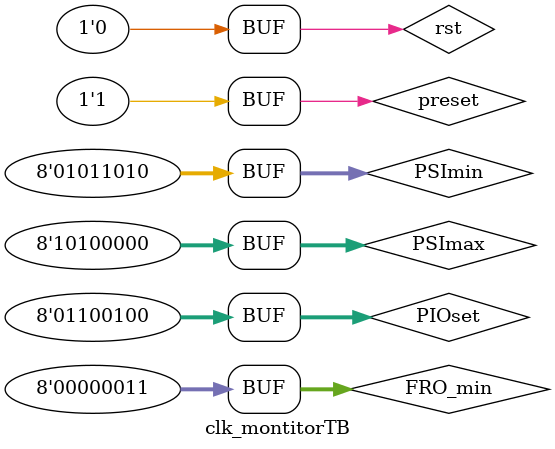
<source format=v>
`timescale 1ps/1ps
module clk_montitorTB();

reg rst,preset;
reg [7:0] PSImin,PSImax,PIOset,FRO_min;
wire [7:0] setPeriod;
wire [7:0] cnt;
wire fail;
wire clk,up_ring,up;

inverter #(5,41000)inv1(1'b1,up);//24Hz signal
inverter #(5,15000)inv2(1'b1,clk);//100Hz signal
inverter #(5,1000000)inv3(1'b1,up_ring);//10Hz signal

//divide_counter1 div(fail,clk,rst,up_ring,FRO_min,PIOset,PSI_max,PSI_min,adjusted,up,preset,setPeriod);
clock_monitor k( clk,rst, up_ring,PSImin,PSImax,PIOset,FRO_min, setPeriod , fail,cnt);


initial begin 
rst = 1'b1;
#10
rst = 1'b0;
preset = 1'b0;
PSImin = 8'b01011010;
PSImax = 8'b10100000;
PIOset = 8'b01100100;
FRO_min = 8'b00000011;
#1000 
preset = 1'b1;

end


endmodule

</source>
